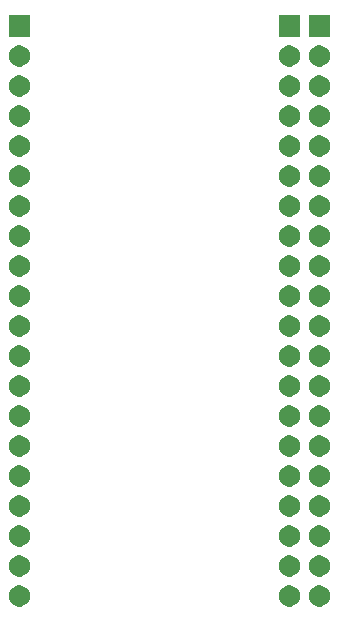
<source format=gbr>
G04 #@! TF.GenerationSoftware,KiCad,Pcbnew,5.1.5+dfsg1-2build2*
G04 #@! TF.CreationDate,2022-03-02T19:09:04-05:00*
G04 #@! TF.ProjectId,RAK11300_BREAKOUT,52414b31-3133-4303-905f-425245414b4f,rev?*
G04 #@! TF.SameCoordinates,Original*
G04 #@! TF.FileFunction,Soldermask,Bot*
G04 #@! TF.FilePolarity,Negative*
%FSLAX46Y46*%
G04 Gerber Fmt 4.6, Leading zero omitted, Abs format (unit mm)*
G04 Created by KiCad (PCBNEW 5.1.5+dfsg1-2build2) date 2022-03-02 19:09:04*
%MOMM*%
%LPD*%
G04 APERTURE LIST*
%ADD10C,0.100000*%
G04 APERTURE END LIST*
D10*
G36*
X52113512Y-99233927D02*
G01*
X52262812Y-99263624D01*
X52426784Y-99331544D01*
X52574354Y-99430147D01*
X52699853Y-99555646D01*
X52798456Y-99703216D01*
X52866376Y-99867188D01*
X52901000Y-100041259D01*
X52901000Y-100218741D01*
X52866376Y-100392812D01*
X52798456Y-100556784D01*
X52699853Y-100704354D01*
X52574354Y-100829853D01*
X52426784Y-100928456D01*
X52262812Y-100996376D01*
X52113512Y-101026073D01*
X52088742Y-101031000D01*
X51911258Y-101031000D01*
X51886488Y-101026073D01*
X51737188Y-100996376D01*
X51573216Y-100928456D01*
X51425646Y-100829853D01*
X51300147Y-100704354D01*
X51201544Y-100556784D01*
X51133624Y-100392812D01*
X51099000Y-100218741D01*
X51099000Y-100041259D01*
X51133624Y-99867188D01*
X51201544Y-99703216D01*
X51300147Y-99555646D01*
X51425646Y-99430147D01*
X51573216Y-99331544D01*
X51737188Y-99263624D01*
X51886488Y-99233927D01*
X51911258Y-99229000D01*
X52088742Y-99229000D01*
X52113512Y-99233927D01*
G37*
G36*
X77513512Y-99233927D02*
G01*
X77662812Y-99263624D01*
X77826784Y-99331544D01*
X77974354Y-99430147D01*
X78099853Y-99555646D01*
X78198456Y-99703216D01*
X78266376Y-99867188D01*
X78301000Y-100041259D01*
X78301000Y-100218741D01*
X78266376Y-100392812D01*
X78198456Y-100556784D01*
X78099853Y-100704354D01*
X77974354Y-100829853D01*
X77826784Y-100928456D01*
X77662812Y-100996376D01*
X77513512Y-101026073D01*
X77488742Y-101031000D01*
X77311258Y-101031000D01*
X77286488Y-101026073D01*
X77137188Y-100996376D01*
X76973216Y-100928456D01*
X76825646Y-100829853D01*
X76700147Y-100704354D01*
X76601544Y-100556784D01*
X76533624Y-100392812D01*
X76499000Y-100218741D01*
X76499000Y-100041259D01*
X76533624Y-99867188D01*
X76601544Y-99703216D01*
X76700147Y-99555646D01*
X76825646Y-99430147D01*
X76973216Y-99331544D01*
X77137188Y-99263624D01*
X77286488Y-99233927D01*
X77311258Y-99229000D01*
X77488742Y-99229000D01*
X77513512Y-99233927D01*
G37*
G36*
X74973512Y-99233927D02*
G01*
X75122812Y-99263624D01*
X75286784Y-99331544D01*
X75434354Y-99430147D01*
X75559853Y-99555646D01*
X75658456Y-99703216D01*
X75726376Y-99867188D01*
X75761000Y-100041259D01*
X75761000Y-100218741D01*
X75726376Y-100392812D01*
X75658456Y-100556784D01*
X75559853Y-100704354D01*
X75434354Y-100829853D01*
X75286784Y-100928456D01*
X75122812Y-100996376D01*
X74973512Y-101026073D01*
X74948742Y-101031000D01*
X74771258Y-101031000D01*
X74746488Y-101026073D01*
X74597188Y-100996376D01*
X74433216Y-100928456D01*
X74285646Y-100829853D01*
X74160147Y-100704354D01*
X74061544Y-100556784D01*
X73993624Y-100392812D01*
X73959000Y-100218741D01*
X73959000Y-100041259D01*
X73993624Y-99867188D01*
X74061544Y-99703216D01*
X74160147Y-99555646D01*
X74285646Y-99430147D01*
X74433216Y-99331544D01*
X74597188Y-99263624D01*
X74746488Y-99233927D01*
X74771258Y-99229000D01*
X74948742Y-99229000D01*
X74973512Y-99233927D01*
G37*
G36*
X52113512Y-96693927D02*
G01*
X52262812Y-96723624D01*
X52426784Y-96791544D01*
X52574354Y-96890147D01*
X52699853Y-97015646D01*
X52798456Y-97163216D01*
X52866376Y-97327188D01*
X52901000Y-97501259D01*
X52901000Y-97678741D01*
X52866376Y-97852812D01*
X52798456Y-98016784D01*
X52699853Y-98164354D01*
X52574354Y-98289853D01*
X52426784Y-98388456D01*
X52262812Y-98456376D01*
X52113512Y-98486073D01*
X52088742Y-98491000D01*
X51911258Y-98491000D01*
X51886488Y-98486073D01*
X51737188Y-98456376D01*
X51573216Y-98388456D01*
X51425646Y-98289853D01*
X51300147Y-98164354D01*
X51201544Y-98016784D01*
X51133624Y-97852812D01*
X51099000Y-97678741D01*
X51099000Y-97501259D01*
X51133624Y-97327188D01*
X51201544Y-97163216D01*
X51300147Y-97015646D01*
X51425646Y-96890147D01*
X51573216Y-96791544D01*
X51737188Y-96723624D01*
X51886488Y-96693927D01*
X51911258Y-96689000D01*
X52088742Y-96689000D01*
X52113512Y-96693927D01*
G37*
G36*
X74973512Y-96693927D02*
G01*
X75122812Y-96723624D01*
X75286784Y-96791544D01*
X75434354Y-96890147D01*
X75559853Y-97015646D01*
X75658456Y-97163216D01*
X75726376Y-97327188D01*
X75761000Y-97501259D01*
X75761000Y-97678741D01*
X75726376Y-97852812D01*
X75658456Y-98016784D01*
X75559853Y-98164354D01*
X75434354Y-98289853D01*
X75286784Y-98388456D01*
X75122812Y-98456376D01*
X74973512Y-98486073D01*
X74948742Y-98491000D01*
X74771258Y-98491000D01*
X74746488Y-98486073D01*
X74597188Y-98456376D01*
X74433216Y-98388456D01*
X74285646Y-98289853D01*
X74160147Y-98164354D01*
X74061544Y-98016784D01*
X73993624Y-97852812D01*
X73959000Y-97678741D01*
X73959000Y-97501259D01*
X73993624Y-97327188D01*
X74061544Y-97163216D01*
X74160147Y-97015646D01*
X74285646Y-96890147D01*
X74433216Y-96791544D01*
X74597188Y-96723624D01*
X74746488Y-96693927D01*
X74771258Y-96689000D01*
X74948742Y-96689000D01*
X74973512Y-96693927D01*
G37*
G36*
X77513512Y-96693927D02*
G01*
X77662812Y-96723624D01*
X77826784Y-96791544D01*
X77974354Y-96890147D01*
X78099853Y-97015646D01*
X78198456Y-97163216D01*
X78266376Y-97327188D01*
X78301000Y-97501259D01*
X78301000Y-97678741D01*
X78266376Y-97852812D01*
X78198456Y-98016784D01*
X78099853Y-98164354D01*
X77974354Y-98289853D01*
X77826784Y-98388456D01*
X77662812Y-98456376D01*
X77513512Y-98486073D01*
X77488742Y-98491000D01*
X77311258Y-98491000D01*
X77286488Y-98486073D01*
X77137188Y-98456376D01*
X76973216Y-98388456D01*
X76825646Y-98289853D01*
X76700147Y-98164354D01*
X76601544Y-98016784D01*
X76533624Y-97852812D01*
X76499000Y-97678741D01*
X76499000Y-97501259D01*
X76533624Y-97327188D01*
X76601544Y-97163216D01*
X76700147Y-97015646D01*
X76825646Y-96890147D01*
X76973216Y-96791544D01*
X77137188Y-96723624D01*
X77286488Y-96693927D01*
X77311258Y-96689000D01*
X77488742Y-96689000D01*
X77513512Y-96693927D01*
G37*
G36*
X74973512Y-94153927D02*
G01*
X75122812Y-94183624D01*
X75286784Y-94251544D01*
X75434354Y-94350147D01*
X75559853Y-94475646D01*
X75658456Y-94623216D01*
X75726376Y-94787188D01*
X75761000Y-94961259D01*
X75761000Y-95138741D01*
X75726376Y-95312812D01*
X75658456Y-95476784D01*
X75559853Y-95624354D01*
X75434354Y-95749853D01*
X75286784Y-95848456D01*
X75122812Y-95916376D01*
X74973512Y-95946073D01*
X74948742Y-95951000D01*
X74771258Y-95951000D01*
X74746488Y-95946073D01*
X74597188Y-95916376D01*
X74433216Y-95848456D01*
X74285646Y-95749853D01*
X74160147Y-95624354D01*
X74061544Y-95476784D01*
X73993624Y-95312812D01*
X73959000Y-95138741D01*
X73959000Y-94961259D01*
X73993624Y-94787188D01*
X74061544Y-94623216D01*
X74160147Y-94475646D01*
X74285646Y-94350147D01*
X74433216Y-94251544D01*
X74597188Y-94183624D01*
X74746488Y-94153927D01*
X74771258Y-94149000D01*
X74948742Y-94149000D01*
X74973512Y-94153927D01*
G37*
G36*
X52113512Y-94153927D02*
G01*
X52262812Y-94183624D01*
X52426784Y-94251544D01*
X52574354Y-94350147D01*
X52699853Y-94475646D01*
X52798456Y-94623216D01*
X52866376Y-94787188D01*
X52901000Y-94961259D01*
X52901000Y-95138741D01*
X52866376Y-95312812D01*
X52798456Y-95476784D01*
X52699853Y-95624354D01*
X52574354Y-95749853D01*
X52426784Y-95848456D01*
X52262812Y-95916376D01*
X52113512Y-95946073D01*
X52088742Y-95951000D01*
X51911258Y-95951000D01*
X51886488Y-95946073D01*
X51737188Y-95916376D01*
X51573216Y-95848456D01*
X51425646Y-95749853D01*
X51300147Y-95624354D01*
X51201544Y-95476784D01*
X51133624Y-95312812D01*
X51099000Y-95138741D01*
X51099000Y-94961259D01*
X51133624Y-94787188D01*
X51201544Y-94623216D01*
X51300147Y-94475646D01*
X51425646Y-94350147D01*
X51573216Y-94251544D01*
X51737188Y-94183624D01*
X51886488Y-94153927D01*
X51911258Y-94149000D01*
X52088742Y-94149000D01*
X52113512Y-94153927D01*
G37*
G36*
X77513512Y-94153927D02*
G01*
X77662812Y-94183624D01*
X77826784Y-94251544D01*
X77974354Y-94350147D01*
X78099853Y-94475646D01*
X78198456Y-94623216D01*
X78266376Y-94787188D01*
X78301000Y-94961259D01*
X78301000Y-95138741D01*
X78266376Y-95312812D01*
X78198456Y-95476784D01*
X78099853Y-95624354D01*
X77974354Y-95749853D01*
X77826784Y-95848456D01*
X77662812Y-95916376D01*
X77513512Y-95946073D01*
X77488742Y-95951000D01*
X77311258Y-95951000D01*
X77286488Y-95946073D01*
X77137188Y-95916376D01*
X76973216Y-95848456D01*
X76825646Y-95749853D01*
X76700147Y-95624354D01*
X76601544Y-95476784D01*
X76533624Y-95312812D01*
X76499000Y-95138741D01*
X76499000Y-94961259D01*
X76533624Y-94787188D01*
X76601544Y-94623216D01*
X76700147Y-94475646D01*
X76825646Y-94350147D01*
X76973216Y-94251544D01*
X77137188Y-94183624D01*
X77286488Y-94153927D01*
X77311258Y-94149000D01*
X77488742Y-94149000D01*
X77513512Y-94153927D01*
G37*
G36*
X74973512Y-91613927D02*
G01*
X75122812Y-91643624D01*
X75286784Y-91711544D01*
X75434354Y-91810147D01*
X75559853Y-91935646D01*
X75658456Y-92083216D01*
X75726376Y-92247188D01*
X75761000Y-92421259D01*
X75761000Y-92598741D01*
X75726376Y-92772812D01*
X75658456Y-92936784D01*
X75559853Y-93084354D01*
X75434354Y-93209853D01*
X75286784Y-93308456D01*
X75122812Y-93376376D01*
X74973512Y-93406073D01*
X74948742Y-93411000D01*
X74771258Y-93411000D01*
X74746488Y-93406073D01*
X74597188Y-93376376D01*
X74433216Y-93308456D01*
X74285646Y-93209853D01*
X74160147Y-93084354D01*
X74061544Y-92936784D01*
X73993624Y-92772812D01*
X73959000Y-92598741D01*
X73959000Y-92421259D01*
X73993624Y-92247188D01*
X74061544Y-92083216D01*
X74160147Y-91935646D01*
X74285646Y-91810147D01*
X74433216Y-91711544D01*
X74597188Y-91643624D01*
X74746488Y-91613927D01*
X74771258Y-91609000D01*
X74948742Y-91609000D01*
X74973512Y-91613927D01*
G37*
G36*
X77513512Y-91613927D02*
G01*
X77662812Y-91643624D01*
X77826784Y-91711544D01*
X77974354Y-91810147D01*
X78099853Y-91935646D01*
X78198456Y-92083216D01*
X78266376Y-92247188D01*
X78301000Y-92421259D01*
X78301000Y-92598741D01*
X78266376Y-92772812D01*
X78198456Y-92936784D01*
X78099853Y-93084354D01*
X77974354Y-93209853D01*
X77826784Y-93308456D01*
X77662812Y-93376376D01*
X77513512Y-93406073D01*
X77488742Y-93411000D01*
X77311258Y-93411000D01*
X77286488Y-93406073D01*
X77137188Y-93376376D01*
X76973216Y-93308456D01*
X76825646Y-93209853D01*
X76700147Y-93084354D01*
X76601544Y-92936784D01*
X76533624Y-92772812D01*
X76499000Y-92598741D01*
X76499000Y-92421259D01*
X76533624Y-92247188D01*
X76601544Y-92083216D01*
X76700147Y-91935646D01*
X76825646Y-91810147D01*
X76973216Y-91711544D01*
X77137188Y-91643624D01*
X77286488Y-91613927D01*
X77311258Y-91609000D01*
X77488742Y-91609000D01*
X77513512Y-91613927D01*
G37*
G36*
X52113512Y-91613927D02*
G01*
X52262812Y-91643624D01*
X52426784Y-91711544D01*
X52574354Y-91810147D01*
X52699853Y-91935646D01*
X52798456Y-92083216D01*
X52866376Y-92247188D01*
X52901000Y-92421259D01*
X52901000Y-92598741D01*
X52866376Y-92772812D01*
X52798456Y-92936784D01*
X52699853Y-93084354D01*
X52574354Y-93209853D01*
X52426784Y-93308456D01*
X52262812Y-93376376D01*
X52113512Y-93406073D01*
X52088742Y-93411000D01*
X51911258Y-93411000D01*
X51886488Y-93406073D01*
X51737188Y-93376376D01*
X51573216Y-93308456D01*
X51425646Y-93209853D01*
X51300147Y-93084354D01*
X51201544Y-92936784D01*
X51133624Y-92772812D01*
X51099000Y-92598741D01*
X51099000Y-92421259D01*
X51133624Y-92247188D01*
X51201544Y-92083216D01*
X51300147Y-91935646D01*
X51425646Y-91810147D01*
X51573216Y-91711544D01*
X51737188Y-91643624D01*
X51886488Y-91613927D01*
X51911258Y-91609000D01*
X52088742Y-91609000D01*
X52113512Y-91613927D01*
G37*
G36*
X52113512Y-89073927D02*
G01*
X52262812Y-89103624D01*
X52426784Y-89171544D01*
X52574354Y-89270147D01*
X52699853Y-89395646D01*
X52798456Y-89543216D01*
X52866376Y-89707188D01*
X52901000Y-89881259D01*
X52901000Y-90058741D01*
X52866376Y-90232812D01*
X52798456Y-90396784D01*
X52699853Y-90544354D01*
X52574354Y-90669853D01*
X52426784Y-90768456D01*
X52262812Y-90836376D01*
X52113512Y-90866073D01*
X52088742Y-90871000D01*
X51911258Y-90871000D01*
X51886488Y-90866073D01*
X51737188Y-90836376D01*
X51573216Y-90768456D01*
X51425646Y-90669853D01*
X51300147Y-90544354D01*
X51201544Y-90396784D01*
X51133624Y-90232812D01*
X51099000Y-90058741D01*
X51099000Y-89881259D01*
X51133624Y-89707188D01*
X51201544Y-89543216D01*
X51300147Y-89395646D01*
X51425646Y-89270147D01*
X51573216Y-89171544D01*
X51737188Y-89103624D01*
X51886488Y-89073927D01*
X51911258Y-89069000D01*
X52088742Y-89069000D01*
X52113512Y-89073927D01*
G37*
G36*
X74973512Y-89073927D02*
G01*
X75122812Y-89103624D01*
X75286784Y-89171544D01*
X75434354Y-89270147D01*
X75559853Y-89395646D01*
X75658456Y-89543216D01*
X75726376Y-89707188D01*
X75761000Y-89881259D01*
X75761000Y-90058741D01*
X75726376Y-90232812D01*
X75658456Y-90396784D01*
X75559853Y-90544354D01*
X75434354Y-90669853D01*
X75286784Y-90768456D01*
X75122812Y-90836376D01*
X74973512Y-90866073D01*
X74948742Y-90871000D01*
X74771258Y-90871000D01*
X74746488Y-90866073D01*
X74597188Y-90836376D01*
X74433216Y-90768456D01*
X74285646Y-90669853D01*
X74160147Y-90544354D01*
X74061544Y-90396784D01*
X73993624Y-90232812D01*
X73959000Y-90058741D01*
X73959000Y-89881259D01*
X73993624Y-89707188D01*
X74061544Y-89543216D01*
X74160147Y-89395646D01*
X74285646Y-89270147D01*
X74433216Y-89171544D01*
X74597188Y-89103624D01*
X74746488Y-89073927D01*
X74771258Y-89069000D01*
X74948742Y-89069000D01*
X74973512Y-89073927D01*
G37*
G36*
X77513512Y-89073927D02*
G01*
X77662812Y-89103624D01*
X77826784Y-89171544D01*
X77974354Y-89270147D01*
X78099853Y-89395646D01*
X78198456Y-89543216D01*
X78266376Y-89707188D01*
X78301000Y-89881259D01*
X78301000Y-90058741D01*
X78266376Y-90232812D01*
X78198456Y-90396784D01*
X78099853Y-90544354D01*
X77974354Y-90669853D01*
X77826784Y-90768456D01*
X77662812Y-90836376D01*
X77513512Y-90866073D01*
X77488742Y-90871000D01*
X77311258Y-90871000D01*
X77286488Y-90866073D01*
X77137188Y-90836376D01*
X76973216Y-90768456D01*
X76825646Y-90669853D01*
X76700147Y-90544354D01*
X76601544Y-90396784D01*
X76533624Y-90232812D01*
X76499000Y-90058741D01*
X76499000Y-89881259D01*
X76533624Y-89707188D01*
X76601544Y-89543216D01*
X76700147Y-89395646D01*
X76825646Y-89270147D01*
X76973216Y-89171544D01*
X77137188Y-89103624D01*
X77286488Y-89073927D01*
X77311258Y-89069000D01*
X77488742Y-89069000D01*
X77513512Y-89073927D01*
G37*
G36*
X77513512Y-86533927D02*
G01*
X77662812Y-86563624D01*
X77826784Y-86631544D01*
X77974354Y-86730147D01*
X78099853Y-86855646D01*
X78198456Y-87003216D01*
X78266376Y-87167188D01*
X78301000Y-87341259D01*
X78301000Y-87518741D01*
X78266376Y-87692812D01*
X78198456Y-87856784D01*
X78099853Y-88004354D01*
X77974354Y-88129853D01*
X77826784Y-88228456D01*
X77662812Y-88296376D01*
X77513512Y-88326073D01*
X77488742Y-88331000D01*
X77311258Y-88331000D01*
X77286488Y-88326073D01*
X77137188Y-88296376D01*
X76973216Y-88228456D01*
X76825646Y-88129853D01*
X76700147Y-88004354D01*
X76601544Y-87856784D01*
X76533624Y-87692812D01*
X76499000Y-87518741D01*
X76499000Y-87341259D01*
X76533624Y-87167188D01*
X76601544Y-87003216D01*
X76700147Y-86855646D01*
X76825646Y-86730147D01*
X76973216Y-86631544D01*
X77137188Y-86563624D01*
X77286488Y-86533927D01*
X77311258Y-86529000D01*
X77488742Y-86529000D01*
X77513512Y-86533927D01*
G37*
G36*
X52113512Y-86533927D02*
G01*
X52262812Y-86563624D01*
X52426784Y-86631544D01*
X52574354Y-86730147D01*
X52699853Y-86855646D01*
X52798456Y-87003216D01*
X52866376Y-87167188D01*
X52901000Y-87341259D01*
X52901000Y-87518741D01*
X52866376Y-87692812D01*
X52798456Y-87856784D01*
X52699853Y-88004354D01*
X52574354Y-88129853D01*
X52426784Y-88228456D01*
X52262812Y-88296376D01*
X52113512Y-88326073D01*
X52088742Y-88331000D01*
X51911258Y-88331000D01*
X51886488Y-88326073D01*
X51737188Y-88296376D01*
X51573216Y-88228456D01*
X51425646Y-88129853D01*
X51300147Y-88004354D01*
X51201544Y-87856784D01*
X51133624Y-87692812D01*
X51099000Y-87518741D01*
X51099000Y-87341259D01*
X51133624Y-87167188D01*
X51201544Y-87003216D01*
X51300147Y-86855646D01*
X51425646Y-86730147D01*
X51573216Y-86631544D01*
X51737188Y-86563624D01*
X51886488Y-86533927D01*
X51911258Y-86529000D01*
X52088742Y-86529000D01*
X52113512Y-86533927D01*
G37*
G36*
X74973512Y-86533927D02*
G01*
X75122812Y-86563624D01*
X75286784Y-86631544D01*
X75434354Y-86730147D01*
X75559853Y-86855646D01*
X75658456Y-87003216D01*
X75726376Y-87167188D01*
X75761000Y-87341259D01*
X75761000Y-87518741D01*
X75726376Y-87692812D01*
X75658456Y-87856784D01*
X75559853Y-88004354D01*
X75434354Y-88129853D01*
X75286784Y-88228456D01*
X75122812Y-88296376D01*
X74973512Y-88326073D01*
X74948742Y-88331000D01*
X74771258Y-88331000D01*
X74746488Y-88326073D01*
X74597188Y-88296376D01*
X74433216Y-88228456D01*
X74285646Y-88129853D01*
X74160147Y-88004354D01*
X74061544Y-87856784D01*
X73993624Y-87692812D01*
X73959000Y-87518741D01*
X73959000Y-87341259D01*
X73993624Y-87167188D01*
X74061544Y-87003216D01*
X74160147Y-86855646D01*
X74285646Y-86730147D01*
X74433216Y-86631544D01*
X74597188Y-86563624D01*
X74746488Y-86533927D01*
X74771258Y-86529000D01*
X74948742Y-86529000D01*
X74973512Y-86533927D01*
G37*
G36*
X74973512Y-83993927D02*
G01*
X75122812Y-84023624D01*
X75286784Y-84091544D01*
X75434354Y-84190147D01*
X75559853Y-84315646D01*
X75658456Y-84463216D01*
X75726376Y-84627188D01*
X75761000Y-84801259D01*
X75761000Y-84978741D01*
X75726376Y-85152812D01*
X75658456Y-85316784D01*
X75559853Y-85464354D01*
X75434354Y-85589853D01*
X75286784Y-85688456D01*
X75122812Y-85756376D01*
X74973512Y-85786073D01*
X74948742Y-85791000D01*
X74771258Y-85791000D01*
X74746488Y-85786073D01*
X74597188Y-85756376D01*
X74433216Y-85688456D01*
X74285646Y-85589853D01*
X74160147Y-85464354D01*
X74061544Y-85316784D01*
X73993624Y-85152812D01*
X73959000Y-84978741D01*
X73959000Y-84801259D01*
X73993624Y-84627188D01*
X74061544Y-84463216D01*
X74160147Y-84315646D01*
X74285646Y-84190147D01*
X74433216Y-84091544D01*
X74597188Y-84023624D01*
X74746488Y-83993927D01*
X74771258Y-83989000D01*
X74948742Y-83989000D01*
X74973512Y-83993927D01*
G37*
G36*
X52113512Y-83993927D02*
G01*
X52262812Y-84023624D01*
X52426784Y-84091544D01*
X52574354Y-84190147D01*
X52699853Y-84315646D01*
X52798456Y-84463216D01*
X52866376Y-84627188D01*
X52901000Y-84801259D01*
X52901000Y-84978741D01*
X52866376Y-85152812D01*
X52798456Y-85316784D01*
X52699853Y-85464354D01*
X52574354Y-85589853D01*
X52426784Y-85688456D01*
X52262812Y-85756376D01*
X52113512Y-85786073D01*
X52088742Y-85791000D01*
X51911258Y-85791000D01*
X51886488Y-85786073D01*
X51737188Y-85756376D01*
X51573216Y-85688456D01*
X51425646Y-85589853D01*
X51300147Y-85464354D01*
X51201544Y-85316784D01*
X51133624Y-85152812D01*
X51099000Y-84978741D01*
X51099000Y-84801259D01*
X51133624Y-84627188D01*
X51201544Y-84463216D01*
X51300147Y-84315646D01*
X51425646Y-84190147D01*
X51573216Y-84091544D01*
X51737188Y-84023624D01*
X51886488Y-83993927D01*
X51911258Y-83989000D01*
X52088742Y-83989000D01*
X52113512Y-83993927D01*
G37*
G36*
X77513512Y-83993927D02*
G01*
X77662812Y-84023624D01*
X77826784Y-84091544D01*
X77974354Y-84190147D01*
X78099853Y-84315646D01*
X78198456Y-84463216D01*
X78266376Y-84627188D01*
X78301000Y-84801259D01*
X78301000Y-84978741D01*
X78266376Y-85152812D01*
X78198456Y-85316784D01*
X78099853Y-85464354D01*
X77974354Y-85589853D01*
X77826784Y-85688456D01*
X77662812Y-85756376D01*
X77513512Y-85786073D01*
X77488742Y-85791000D01*
X77311258Y-85791000D01*
X77286488Y-85786073D01*
X77137188Y-85756376D01*
X76973216Y-85688456D01*
X76825646Y-85589853D01*
X76700147Y-85464354D01*
X76601544Y-85316784D01*
X76533624Y-85152812D01*
X76499000Y-84978741D01*
X76499000Y-84801259D01*
X76533624Y-84627188D01*
X76601544Y-84463216D01*
X76700147Y-84315646D01*
X76825646Y-84190147D01*
X76973216Y-84091544D01*
X77137188Y-84023624D01*
X77286488Y-83993927D01*
X77311258Y-83989000D01*
X77488742Y-83989000D01*
X77513512Y-83993927D01*
G37*
G36*
X74973512Y-81453927D02*
G01*
X75122812Y-81483624D01*
X75286784Y-81551544D01*
X75434354Y-81650147D01*
X75559853Y-81775646D01*
X75658456Y-81923216D01*
X75726376Y-82087188D01*
X75761000Y-82261259D01*
X75761000Y-82438741D01*
X75726376Y-82612812D01*
X75658456Y-82776784D01*
X75559853Y-82924354D01*
X75434354Y-83049853D01*
X75286784Y-83148456D01*
X75122812Y-83216376D01*
X74973512Y-83246073D01*
X74948742Y-83251000D01*
X74771258Y-83251000D01*
X74746488Y-83246073D01*
X74597188Y-83216376D01*
X74433216Y-83148456D01*
X74285646Y-83049853D01*
X74160147Y-82924354D01*
X74061544Y-82776784D01*
X73993624Y-82612812D01*
X73959000Y-82438741D01*
X73959000Y-82261259D01*
X73993624Y-82087188D01*
X74061544Y-81923216D01*
X74160147Y-81775646D01*
X74285646Y-81650147D01*
X74433216Y-81551544D01*
X74597188Y-81483624D01*
X74746488Y-81453927D01*
X74771258Y-81449000D01*
X74948742Y-81449000D01*
X74973512Y-81453927D01*
G37*
G36*
X52113512Y-81453927D02*
G01*
X52262812Y-81483624D01*
X52426784Y-81551544D01*
X52574354Y-81650147D01*
X52699853Y-81775646D01*
X52798456Y-81923216D01*
X52866376Y-82087188D01*
X52901000Y-82261259D01*
X52901000Y-82438741D01*
X52866376Y-82612812D01*
X52798456Y-82776784D01*
X52699853Y-82924354D01*
X52574354Y-83049853D01*
X52426784Y-83148456D01*
X52262812Y-83216376D01*
X52113512Y-83246073D01*
X52088742Y-83251000D01*
X51911258Y-83251000D01*
X51886488Y-83246073D01*
X51737188Y-83216376D01*
X51573216Y-83148456D01*
X51425646Y-83049853D01*
X51300147Y-82924354D01*
X51201544Y-82776784D01*
X51133624Y-82612812D01*
X51099000Y-82438741D01*
X51099000Y-82261259D01*
X51133624Y-82087188D01*
X51201544Y-81923216D01*
X51300147Y-81775646D01*
X51425646Y-81650147D01*
X51573216Y-81551544D01*
X51737188Y-81483624D01*
X51886488Y-81453927D01*
X51911258Y-81449000D01*
X52088742Y-81449000D01*
X52113512Y-81453927D01*
G37*
G36*
X77513512Y-81453927D02*
G01*
X77662812Y-81483624D01*
X77826784Y-81551544D01*
X77974354Y-81650147D01*
X78099853Y-81775646D01*
X78198456Y-81923216D01*
X78266376Y-82087188D01*
X78301000Y-82261259D01*
X78301000Y-82438741D01*
X78266376Y-82612812D01*
X78198456Y-82776784D01*
X78099853Y-82924354D01*
X77974354Y-83049853D01*
X77826784Y-83148456D01*
X77662812Y-83216376D01*
X77513512Y-83246073D01*
X77488742Y-83251000D01*
X77311258Y-83251000D01*
X77286488Y-83246073D01*
X77137188Y-83216376D01*
X76973216Y-83148456D01*
X76825646Y-83049853D01*
X76700147Y-82924354D01*
X76601544Y-82776784D01*
X76533624Y-82612812D01*
X76499000Y-82438741D01*
X76499000Y-82261259D01*
X76533624Y-82087188D01*
X76601544Y-81923216D01*
X76700147Y-81775646D01*
X76825646Y-81650147D01*
X76973216Y-81551544D01*
X77137188Y-81483624D01*
X77286488Y-81453927D01*
X77311258Y-81449000D01*
X77488742Y-81449000D01*
X77513512Y-81453927D01*
G37*
G36*
X77513512Y-78913927D02*
G01*
X77662812Y-78943624D01*
X77826784Y-79011544D01*
X77974354Y-79110147D01*
X78099853Y-79235646D01*
X78198456Y-79383216D01*
X78266376Y-79547188D01*
X78301000Y-79721259D01*
X78301000Y-79898741D01*
X78266376Y-80072812D01*
X78198456Y-80236784D01*
X78099853Y-80384354D01*
X77974354Y-80509853D01*
X77826784Y-80608456D01*
X77662812Y-80676376D01*
X77513512Y-80706073D01*
X77488742Y-80711000D01*
X77311258Y-80711000D01*
X77286488Y-80706073D01*
X77137188Y-80676376D01*
X76973216Y-80608456D01*
X76825646Y-80509853D01*
X76700147Y-80384354D01*
X76601544Y-80236784D01*
X76533624Y-80072812D01*
X76499000Y-79898741D01*
X76499000Y-79721259D01*
X76533624Y-79547188D01*
X76601544Y-79383216D01*
X76700147Y-79235646D01*
X76825646Y-79110147D01*
X76973216Y-79011544D01*
X77137188Y-78943624D01*
X77286488Y-78913927D01*
X77311258Y-78909000D01*
X77488742Y-78909000D01*
X77513512Y-78913927D01*
G37*
G36*
X74973512Y-78913927D02*
G01*
X75122812Y-78943624D01*
X75286784Y-79011544D01*
X75434354Y-79110147D01*
X75559853Y-79235646D01*
X75658456Y-79383216D01*
X75726376Y-79547188D01*
X75761000Y-79721259D01*
X75761000Y-79898741D01*
X75726376Y-80072812D01*
X75658456Y-80236784D01*
X75559853Y-80384354D01*
X75434354Y-80509853D01*
X75286784Y-80608456D01*
X75122812Y-80676376D01*
X74973512Y-80706073D01*
X74948742Y-80711000D01*
X74771258Y-80711000D01*
X74746488Y-80706073D01*
X74597188Y-80676376D01*
X74433216Y-80608456D01*
X74285646Y-80509853D01*
X74160147Y-80384354D01*
X74061544Y-80236784D01*
X73993624Y-80072812D01*
X73959000Y-79898741D01*
X73959000Y-79721259D01*
X73993624Y-79547188D01*
X74061544Y-79383216D01*
X74160147Y-79235646D01*
X74285646Y-79110147D01*
X74433216Y-79011544D01*
X74597188Y-78943624D01*
X74746488Y-78913927D01*
X74771258Y-78909000D01*
X74948742Y-78909000D01*
X74973512Y-78913927D01*
G37*
G36*
X52113512Y-78913927D02*
G01*
X52262812Y-78943624D01*
X52426784Y-79011544D01*
X52574354Y-79110147D01*
X52699853Y-79235646D01*
X52798456Y-79383216D01*
X52866376Y-79547188D01*
X52901000Y-79721259D01*
X52901000Y-79898741D01*
X52866376Y-80072812D01*
X52798456Y-80236784D01*
X52699853Y-80384354D01*
X52574354Y-80509853D01*
X52426784Y-80608456D01*
X52262812Y-80676376D01*
X52113512Y-80706073D01*
X52088742Y-80711000D01*
X51911258Y-80711000D01*
X51886488Y-80706073D01*
X51737188Y-80676376D01*
X51573216Y-80608456D01*
X51425646Y-80509853D01*
X51300147Y-80384354D01*
X51201544Y-80236784D01*
X51133624Y-80072812D01*
X51099000Y-79898741D01*
X51099000Y-79721259D01*
X51133624Y-79547188D01*
X51201544Y-79383216D01*
X51300147Y-79235646D01*
X51425646Y-79110147D01*
X51573216Y-79011544D01*
X51737188Y-78943624D01*
X51886488Y-78913927D01*
X51911258Y-78909000D01*
X52088742Y-78909000D01*
X52113512Y-78913927D01*
G37*
G36*
X77513512Y-76373927D02*
G01*
X77662812Y-76403624D01*
X77826784Y-76471544D01*
X77974354Y-76570147D01*
X78099853Y-76695646D01*
X78198456Y-76843216D01*
X78266376Y-77007188D01*
X78301000Y-77181259D01*
X78301000Y-77358741D01*
X78266376Y-77532812D01*
X78198456Y-77696784D01*
X78099853Y-77844354D01*
X77974354Y-77969853D01*
X77826784Y-78068456D01*
X77662812Y-78136376D01*
X77513512Y-78166073D01*
X77488742Y-78171000D01*
X77311258Y-78171000D01*
X77286488Y-78166073D01*
X77137188Y-78136376D01*
X76973216Y-78068456D01*
X76825646Y-77969853D01*
X76700147Y-77844354D01*
X76601544Y-77696784D01*
X76533624Y-77532812D01*
X76499000Y-77358741D01*
X76499000Y-77181259D01*
X76533624Y-77007188D01*
X76601544Y-76843216D01*
X76700147Y-76695646D01*
X76825646Y-76570147D01*
X76973216Y-76471544D01*
X77137188Y-76403624D01*
X77286488Y-76373927D01*
X77311258Y-76369000D01*
X77488742Y-76369000D01*
X77513512Y-76373927D01*
G37*
G36*
X74973512Y-76373927D02*
G01*
X75122812Y-76403624D01*
X75286784Y-76471544D01*
X75434354Y-76570147D01*
X75559853Y-76695646D01*
X75658456Y-76843216D01*
X75726376Y-77007188D01*
X75761000Y-77181259D01*
X75761000Y-77358741D01*
X75726376Y-77532812D01*
X75658456Y-77696784D01*
X75559853Y-77844354D01*
X75434354Y-77969853D01*
X75286784Y-78068456D01*
X75122812Y-78136376D01*
X74973512Y-78166073D01*
X74948742Y-78171000D01*
X74771258Y-78171000D01*
X74746488Y-78166073D01*
X74597188Y-78136376D01*
X74433216Y-78068456D01*
X74285646Y-77969853D01*
X74160147Y-77844354D01*
X74061544Y-77696784D01*
X73993624Y-77532812D01*
X73959000Y-77358741D01*
X73959000Y-77181259D01*
X73993624Y-77007188D01*
X74061544Y-76843216D01*
X74160147Y-76695646D01*
X74285646Y-76570147D01*
X74433216Y-76471544D01*
X74597188Y-76403624D01*
X74746488Y-76373927D01*
X74771258Y-76369000D01*
X74948742Y-76369000D01*
X74973512Y-76373927D01*
G37*
G36*
X52113512Y-76373927D02*
G01*
X52262812Y-76403624D01*
X52426784Y-76471544D01*
X52574354Y-76570147D01*
X52699853Y-76695646D01*
X52798456Y-76843216D01*
X52866376Y-77007188D01*
X52901000Y-77181259D01*
X52901000Y-77358741D01*
X52866376Y-77532812D01*
X52798456Y-77696784D01*
X52699853Y-77844354D01*
X52574354Y-77969853D01*
X52426784Y-78068456D01*
X52262812Y-78136376D01*
X52113512Y-78166073D01*
X52088742Y-78171000D01*
X51911258Y-78171000D01*
X51886488Y-78166073D01*
X51737188Y-78136376D01*
X51573216Y-78068456D01*
X51425646Y-77969853D01*
X51300147Y-77844354D01*
X51201544Y-77696784D01*
X51133624Y-77532812D01*
X51099000Y-77358741D01*
X51099000Y-77181259D01*
X51133624Y-77007188D01*
X51201544Y-76843216D01*
X51300147Y-76695646D01*
X51425646Y-76570147D01*
X51573216Y-76471544D01*
X51737188Y-76403624D01*
X51886488Y-76373927D01*
X51911258Y-76369000D01*
X52088742Y-76369000D01*
X52113512Y-76373927D01*
G37*
G36*
X52113512Y-73833927D02*
G01*
X52262812Y-73863624D01*
X52426784Y-73931544D01*
X52574354Y-74030147D01*
X52699853Y-74155646D01*
X52798456Y-74303216D01*
X52866376Y-74467188D01*
X52901000Y-74641259D01*
X52901000Y-74818741D01*
X52866376Y-74992812D01*
X52798456Y-75156784D01*
X52699853Y-75304354D01*
X52574354Y-75429853D01*
X52426784Y-75528456D01*
X52262812Y-75596376D01*
X52113512Y-75626073D01*
X52088742Y-75631000D01*
X51911258Y-75631000D01*
X51886488Y-75626073D01*
X51737188Y-75596376D01*
X51573216Y-75528456D01*
X51425646Y-75429853D01*
X51300147Y-75304354D01*
X51201544Y-75156784D01*
X51133624Y-74992812D01*
X51099000Y-74818741D01*
X51099000Y-74641259D01*
X51133624Y-74467188D01*
X51201544Y-74303216D01*
X51300147Y-74155646D01*
X51425646Y-74030147D01*
X51573216Y-73931544D01*
X51737188Y-73863624D01*
X51886488Y-73833927D01*
X51911258Y-73829000D01*
X52088742Y-73829000D01*
X52113512Y-73833927D01*
G37*
G36*
X74973512Y-73833927D02*
G01*
X75122812Y-73863624D01*
X75286784Y-73931544D01*
X75434354Y-74030147D01*
X75559853Y-74155646D01*
X75658456Y-74303216D01*
X75726376Y-74467188D01*
X75761000Y-74641259D01*
X75761000Y-74818741D01*
X75726376Y-74992812D01*
X75658456Y-75156784D01*
X75559853Y-75304354D01*
X75434354Y-75429853D01*
X75286784Y-75528456D01*
X75122812Y-75596376D01*
X74973512Y-75626073D01*
X74948742Y-75631000D01*
X74771258Y-75631000D01*
X74746488Y-75626073D01*
X74597188Y-75596376D01*
X74433216Y-75528456D01*
X74285646Y-75429853D01*
X74160147Y-75304354D01*
X74061544Y-75156784D01*
X73993624Y-74992812D01*
X73959000Y-74818741D01*
X73959000Y-74641259D01*
X73993624Y-74467188D01*
X74061544Y-74303216D01*
X74160147Y-74155646D01*
X74285646Y-74030147D01*
X74433216Y-73931544D01*
X74597188Y-73863624D01*
X74746488Y-73833927D01*
X74771258Y-73829000D01*
X74948742Y-73829000D01*
X74973512Y-73833927D01*
G37*
G36*
X77513512Y-73833927D02*
G01*
X77662812Y-73863624D01*
X77826784Y-73931544D01*
X77974354Y-74030147D01*
X78099853Y-74155646D01*
X78198456Y-74303216D01*
X78266376Y-74467188D01*
X78301000Y-74641259D01*
X78301000Y-74818741D01*
X78266376Y-74992812D01*
X78198456Y-75156784D01*
X78099853Y-75304354D01*
X77974354Y-75429853D01*
X77826784Y-75528456D01*
X77662812Y-75596376D01*
X77513512Y-75626073D01*
X77488742Y-75631000D01*
X77311258Y-75631000D01*
X77286488Y-75626073D01*
X77137188Y-75596376D01*
X76973216Y-75528456D01*
X76825646Y-75429853D01*
X76700147Y-75304354D01*
X76601544Y-75156784D01*
X76533624Y-74992812D01*
X76499000Y-74818741D01*
X76499000Y-74641259D01*
X76533624Y-74467188D01*
X76601544Y-74303216D01*
X76700147Y-74155646D01*
X76825646Y-74030147D01*
X76973216Y-73931544D01*
X77137188Y-73863624D01*
X77286488Y-73833927D01*
X77311258Y-73829000D01*
X77488742Y-73829000D01*
X77513512Y-73833927D01*
G37*
G36*
X52113512Y-71293927D02*
G01*
X52262812Y-71323624D01*
X52426784Y-71391544D01*
X52574354Y-71490147D01*
X52699853Y-71615646D01*
X52798456Y-71763216D01*
X52866376Y-71927188D01*
X52901000Y-72101259D01*
X52901000Y-72278741D01*
X52866376Y-72452812D01*
X52798456Y-72616784D01*
X52699853Y-72764354D01*
X52574354Y-72889853D01*
X52426784Y-72988456D01*
X52262812Y-73056376D01*
X52113512Y-73086073D01*
X52088742Y-73091000D01*
X51911258Y-73091000D01*
X51886488Y-73086073D01*
X51737188Y-73056376D01*
X51573216Y-72988456D01*
X51425646Y-72889853D01*
X51300147Y-72764354D01*
X51201544Y-72616784D01*
X51133624Y-72452812D01*
X51099000Y-72278741D01*
X51099000Y-72101259D01*
X51133624Y-71927188D01*
X51201544Y-71763216D01*
X51300147Y-71615646D01*
X51425646Y-71490147D01*
X51573216Y-71391544D01*
X51737188Y-71323624D01*
X51886488Y-71293927D01*
X51911258Y-71289000D01*
X52088742Y-71289000D01*
X52113512Y-71293927D01*
G37*
G36*
X77513512Y-71293927D02*
G01*
X77662812Y-71323624D01*
X77826784Y-71391544D01*
X77974354Y-71490147D01*
X78099853Y-71615646D01*
X78198456Y-71763216D01*
X78266376Y-71927188D01*
X78301000Y-72101259D01*
X78301000Y-72278741D01*
X78266376Y-72452812D01*
X78198456Y-72616784D01*
X78099853Y-72764354D01*
X77974354Y-72889853D01*
X77826784Y-72988456D01*
X77662812Y-73056376D01*
X77513512Y-73086073D01*
X77488742Y-73091000D01*
X77311258Y-73091000D01*
X77286488Y-73086073D01*
X77137188Y-73056376D01*
X76973216Y-72988456D01*
X76825646Y-72889853D01*
X76700147Y-72764354D01*
X76601544Y-72616784D01*
X76533624Y-72452812D01*
X76499000Y-72278741D01*
X76499000Y-72101259D01*
X76533624Y-71927188D01*
X76601544Y-71763216D01*
X76700147Y-71615646D01*
X76825646Y-71490147D01*
X76973216Y-71391544D01*
X77137188Y-71323624D01*
X77286488Y-71293927D01*
X77311258Y-71289000D01*
X77488742Y-71289000D01*
X77513512Y-71293927D01*
G37*
G36*
X74973512Y-71293927D02*
G01*
X75122812Y-71323624D01*
X75286784Y-71391544D01*
X75434354Y-71490147D01*
X75559853Y-71615646D01*
X75658456Y-71763216D01*
X75726376Y-71927188D01*
X75761000Y-72101259D01*
X75761000Y-72278741D01*
X75726376Y-72452812D01*
X75658456Y-72616784D01*
X75559853Y-72764354D01*
X75434354Y-72889853D01*
X75286784Y-72988456D01*
X75122812Y-73056376D01*
X74973512Y-73086073D01*
X74948742Y-73091000D01*
X74771258Y-73091000D01*
X74746488Y-73086073D01*
X74597188Y-73056376D01*
X74433216Y-72988456D01*
X74285646Y-72889853D01*
X74160147Y-72764354D01*
X74061544Y-72616784D01*
X73993624Y-72452812D01*
X73959000Y-72278741D01*
X73959000Y-72101259D01*
X73993624Y-71927188D01*
X74061544Y-71763216D01*
X74160147Y-71615646D01*
X74285646Y-71490147D01*
X74433216Y-71391544D01*
X74597188Y-71323624D01*
X74746488Y-71293927D01*
X74771258Y-71289000D01*
X74948742Y-71289000D01*
X74973512Y-71293927D01*
G37*
G36*
X77513512Y-68753927D02*
G01*
X77662812Y-68783624D01*
X77826784Y-68851544D01*
X77974354Y-68950147D01*
X78099853Y-69075646D01*
X78198456Y-69223216D01*
X78266376Y-69387188D01*
X78301000Y-69561259D01*
X78301000Y-69738741D01*
X78266376Y-69912812D01*
X78198456Y-70076784D01*
X78099853Y-70224354D01*
X77974354Y-70349853D01*
X77826784Y-70448456D01*
X77662812Y-70516376D01*
X77513512Y-70546073D01*
X77488742Y-70551000D01*
X77311258Y-70551000D01*
X77286488Y-70546073D01*
X77137188Y-70516376D01*
X76973216Y-70448456D01*
X76825646Y-70349853D01*
X76700147Y-70224354D01*
X76601544Y-70076784D01*
X76533624Y-69912812D01*
X76499000Y-69738741D01*
X76499000Y-69561259D01*
X76533624Y-69387188D01*
X76601544Y-69223216D01*
X76700147Y-69075646D01*
X76825646Y-68950147D01*
X76973216Y-68851544D01*
X77137188Y-68783624D01*
X77286488Y-68753927D01*
X77311258Y-68749000D01*
X77488742Y-68749000D01*
X77513512Y-68753927D01*
G37*
G36*
X74973512Y-68753927D02*
G01*
X75122812Y-68783624D01*
X75286784Y-68851544D01*
X75434354Y-68950147D01*
X75559853Y-69075646D01*
X75658456Y-69223216D01*
X75726376Y-69387188D01*
X75761000Y-69561259D01*
X75761000Y-69738741D01*
X75726376Y-69912812D01*
X75658456Y-70076784D01*
X75559853Y-70224354D01*
X75434354Y-70349853D01*
X75286784Y-70448456D01*
X75122812Y-70516376D01*
X74973512Y-70546073D01*
X74948742Y-70551000D01*
X74771258Y-70551000D01*
X74746488Y-70546073D01*
X74597188Y-70516376D01*
X74433216Y-70448456D01*
X74285646Y-70349853D01*
X74160147Y-70224354D01*
X74061544Y-70076784D01*
X73993624Y-69912812D01*
X73959000Y-69738741D01*
X73959000Y-69561259D01*
X73993624Y-69387188D01*
X74061544Y-69223216D01*
X74160147Y-69075646D01*
X74285646Y-68950147D01*
X74433216Y-68851544D01*
X74597188Y-68783624D01*
X74746488Y-68753927D01*
X74771258Y-68749000D01*
X74948742Y-68749000D01*
X74973512Y-68753927D01*
G37*
G36*
X52113512Y-68753927D02*
G01*
X52262812Y-68783624D01*
X52426784Y-68851544D01*
X52574354Y-68950147D01*
X52699853Y-69075646D01*
X52798456Y-69223216D01*
X52866376Y-69387188D01*
X52901000Y-69561259D01*
X52901000Y-69738741D01*
X52866376Y-69912812D01*
X52798456Y-70076784D01*
X52699853Y-70224354D01*
X52574354Y-70349853D01*
X52426784Y-70448456D01*
X52262812Y-70516376D01*
X52113512Y-70546073D01*
X52088742Y-70551000D01*
X51911258Y-70551000D01*
X51886488Y-70546073D01*
X51737188Y-70516376D01*
X51573216Y-70448456D01*
X51425646Y-70349853D01*
X51300147Y-70224354D01*
X51201544Y-70076784D01*
X51133624Y-69912812D01*
X51099000Y-69738741D01*
X51099000Y-69561259D01*
X51133624Y-69387188D01*
X51201544Y-69223216D01*
X51300147Y-69075646D01*
X51425646Y-68950147D01*
X51573216Y-68851544D01*
X51737188Y-68783624D01*
X51886488Y-68753927D01*
X51911258Y-68749000D01*
X52088742Y-68749000D01*
X52113512Y-68753927D01*
G37*
G36*
X77513512Y-66213927D02*
G01*
X77662812Y-66243624D01*
X77826784Y-66311544D01*
X77974354Y-66410147D01*
X78099853Y-66535646D01*
X78198456Y-66683216D01*
X78266376Y-66847188D01*
X78301000Y-67021259D01*
X78301000Y-67198741D01*
X78266376Y-67372812D01*
X78198456Y-67536784D01*
X78099853Y-67684354D01*
X77974354Y-67809853D01*
X77826784Y-67908456D01*
X77662812Y-67976376D01*
X77513512Y-68006073D01*
X77488742Y-68011000D01*
X77311258Y-68011000D01*
X77286488Y-68006073D01*
X77137188Y-67976376D01*
X76973216Y-67908456D01*
X76825646Y-67809853D01*
X76700147Y-67684354D01*
X76601544Y-67536784D01*
X76533624Y-67372812D01*
X76499000Y-67198741D01*
X76499000Y-67021259D01*
X76533624Y-66847188D01*
X76601544Y-66683216D01*
X76700147Y-66535646D01*
X76825646Y-66410147D01*
X76973216Y-66311544D01*
X77137188Y-66243624D01*
X77286488Y-66213927D01*
X77311258Y-66209000D01*
X77488742Y-66209000D01*
X77513512Y-66213927D01*
G37*
G36*
X52113512Y-66213927D02*
G01*
X52262812Y-66243624D01*
X52426784Y-66311544D01*
X52574354Y-66410147D01*
X52699853Y-66535646D01*
X52798456Y-66683216D01*
X52866376Y-66847188D01*
X52901000Y-67021259D01*
X52901000Y-67198741D01*
X52866376Y-67372812D01*
X52798456Y-67536784D01*
X52699853Y-67684354D01*
X52574354Y-67809853D01*
X52426784Y-67908456D01*
X52262812Y-67976376D01*
X52113512Y-68006073D01*
X52088742Y-68011000D01*
X51911258Y-68011000D01*
X51886488Y-68006073D01*
X51737188Y-67976376D01*
X51573216Y-67908456D01*
X51425646Y-67809853D01*
X51300147Y-67684354D01*
X51201544Y-67536784D01*
X51133624Y-67372812D01*
X51099000Y-67198741D01*
X51099000Y-67021259D01*
X51133624Y-66847188D01*
X51201544Y-66683216D01*
X51300147Y-66535646D01*
X51425646Y-66410147D01*
X51573216Y-66311544D01*
X51737188Y-66243624D01*
X51886488Y-66213927D01*
X51911258Y-66209000D01*
X52088742Y-66209000D01*
X52113512Y-66213927D01*
G37*
G36*
X74973512Y-66213927D02*
G01*
X75122812Y-66243624D01*
X75286784Y-66311544D01*
X75434354Y-66410147D01*
X75559853Y-66535646D01*
X75658456Y-66683216D01*
X75726376Y-66847188D01*
X75761000Y-67021259D01*
X75761000Y-67198741D01*
X75726376Y-67372812D01*
X75658456Y-67536784D01*
X75559853Y-67684354D01*
X75434354Y-67809853D01*
X75286784Y-67908456D01*
X75122812Y-67976376D01*
X74973512Y-68006073D01*
X74948742Y-68011000D01*
X74771258Y-68011000D01*
X74746488Y-68006073D01*
X74597188Y-67976376D01*
X74433216Y-67908456D01*
X74285646Y-67809853D01*
X74160147Y-67684354D01*
X74061544Y-67536784D01*
X73993624Y-67372812D01*
X73959000Y-67198741D01*
X73959000Y-67021259D01*
X73993624Y-66847188D01*
X74061544Y-66683216D01*
X74160147Y-66535646D01*
X74285646Y-66410147D01*
X74433216Y-66311544D01*
X74597188Y-66243624D01*
X74746488Y-66213927D01*
X74771258Y-66209000D01*
X74948742Y-66209000D01*
X74973512Y-66213927D01*
G37*
G36*
X74973512Y-63673927D02*
G01*
X75122812Y-63703624D01*
X75286784Y-63771544D01*
X75434354Y-63870147D01*
X75559853Y-63995646D01*
X75658456Y-64143216D01*
X75726376Y-64307188D01*
X75761000Y-64481259D01*
X75761000Y-64658741D01*
X75726376Y-64832812D01*
X75658456Y-64996784D01*
X75559853Y-65144354D01*
X75434354Y-65269853D01*
X75286784Y-65368456D01*
X75122812Y-65436376D01*
X74973512Y-65466073D01*
X74948742Y-65471000D01*
X74771258Y-65471000D01*
X74746488Y-65466073D01*
X74597188Y-65436376D01*
X74433216Y-65368456D01*
X74285646Y-65269853D01*
X74160147Y-65144354D01*
X74061544Y-64996784D01*
X73993624Y-64832812D01*
X73959000Y-64658741D01*
X73959000Y-64481259D01*
X73993624Y-64307188D01*
X74061544Y-64143216D01*
X74160147Y-63995646D01*
X74285646Y-63870147D01*
X74433216Y-63771544D01*
X74597188Y-63703624D01*
X74746488Y-63673927D01*
X74771258Y-63669000D01*
X74948742Y-63669000D01*
X74973512Y-63673927D01*
G37*
G36*
X77513512Y-63673927D02*
G01*
X77662812Y-63703624D01*
X77826784Y-63771544D01*
X77974354Y-63870147D01*
X78099853Y-63995646D01*
X78198456Y-64143216D01*
X78266376Y-64307188D01*
X78301000Y-64481259D01*
X78301000Y-64658741D01*
X78266376Y-64832812D01*
X78198456Y-64996784D01*
X78099853Y-65144354D01*
X77974354Y-65269853D01*
X77826784Y-65368456D01*
X77662812Y-65436376D01*
X77513512Y-65466073D01*
X77488742Y-65471000D01*
X77311258Y-65471000D01*
X77286488Y-65466073D01*
X77137188Y-65436376D01*
X76973216Y-65368456D01*
X76825646Y-65269853D01*
X76700147Y-65144354D01*
X76601544Y-64996784D01*
X76533624Y-64832812D01*
X76499000Y-64658741D01*
X76499000Y-64481259D01*
X76533624Y-64307188D01*
X76601544Y-64143216D01*
X76700147Y-63995646D01*
X76825646Y-63870147D01*
X76973216Y-63771544D01*
X77137188Y-63703624D01*
X77286488Y-63673927D01*
X77311258Y-63669000D01*
X77488742Y-63669000D01*
X77513512Y-63673927D01*
G37*
G36*
X52113512Y-63673927D02*
G01*
X52262812Y-63703624D01*
X52426784Y-63771544D01*
X52574354Y-63870147D01*
X52699853Y-63995646D01*
X52798456Y-64143216D01*
X52866376Y-64307188D01*
X52901000Y-64481259D01*
X52901000Y-64658741D01*
X52866376Y-64832812D01*
X52798456Y-64996784D01*
X52699853Y-65144354D01*
X52574354Y-65269853D01*
X52426784Y-65368456D01*
X52262812Y-65436376D01*
X52113512Y-65466073D01*
X52088742Y-65471000D01*
X51911258Y-65471000D01*
X51886488Y-65466073D01*
X51737188Y-65436376D01*
X51573216Y-65368456D01*
X51425646Y-65269853D01*
X51300147Y-65144354D01*
X51201544Y-64996784D01*
X51133624Y-64832812D01*
X51099000Y-64658741D01*
X51099000Y-64481259D01*
X51133624Y-64307188D01*
X51201544Y-64143216D01*
X51300147Y-63995646D01*
X51425646Y-63870147D01*
X51573216Y-63771544D01*
X51737188Y-63703624D01*
X51886488Y-63673927D01*
X51911258Y-63669000D01*
X52088742Y-63669000D01*
X52113512Y-63673927D01*
G37*
G36*
X52113512Y-61133927D02*
G01*
X52262812Y-61163624D01*
X52426784Y-61231544D01*
X52574354Y-61330147D01*
X52699853Y-61455646D01*
X52798456Y-61603216D01*
X52866376Y-61767188D01*
X52901000Y-61941259D01*
X52901000Y-62118741D01*
X52866376Y-62292812D01*
X52798456Y-62456784D01*
X52699853Y-62604354D01*
X52574354Y-62729853D01*
X52426784Y-62828456D01*
X52262812Y-62896376D01*
X52113512Y-62926073D01*
X52088742Y-62931000D01*
X51911258Y-62931000D01*
X51886488Y-62926073D01*
X51737188Y-62896376D01*
X51573216Y-62828456D01*
X51425646Y-62729853D01*
X51300147Y-62604354D01*
X51201544Y-62456784D01*
X51133624Y-62292812D01*
X51099000Y-62118741D01*
X51099000Y-61941259D01*
X51133624Y-61767188D01*
X51201544Y-61603216D01*
X51300147Y-61455646D01*
X51425646Y-61330147D01*
X51573216Y-61231544D01*
X51737188Y-61163624D01*
X51886488Y-61133927D01*
X51911258Y-61129000D01*
X52088742Y-61129000D01*
X52113512Y-61133927D01*
G37*
G36*
X77513512Y-61133927D02*
G01*
X77662812Y-61163624D01*
X77826784Y-61231544D01*
X77974354Y-61330147D01*
X78099853Y-61455646D01*
X78198456Y-61603216D01*
X78266376Y-61767188D01*
X78301000Y-61941259D01*
X78301000Y-62118741D01*
X78266376Y-62292812D01*
X78198456Y-62456784D01*
X78099853Y-62604354D01*
X77974354Y-62729853D01*
X77826784Y-62828456D01*
X77662812Y-62896376D01*
X77513512Y-62926073D01*
X77488742Y-62931000D01*
X77311258Y-62931000D01*
X77286488Y-62926073D01*
X77137188Y-62896376D01*
X76973216Y-62828456D01*
X76825646Y-62729853D01*
X76700147Y-62604354D01*
X76601544Y-62456784D01*
X76533624Y-62292812D01*
X76499000Y-62118741D01*
X76499000Y-61941259D01*
X76533624Y-61767188D01*
X76601544Y-61603216D01*
X76700147Y-61455646D01*
X76825646Y-61330147D01*
X76973216Y-61231544D01*
X77137188Y-61163624D01*
X77286488Y-61133927D01*
X77311258Y-61129000D01*
X77488742Y-61129000D01*
X77513512Y-61133927D01*
G37*
G36*
X74973512Y-61133927D02*
G01*
X75122812Y-61163624D01*
X75286784Y-61231544D01*
X75434354Y-61330147D01*
X75559853Y-61455646D01*
X75658456Y-61603216D01*
X75726376Y-61767188D01*
X75761000Y-61941259D01*
X75761000Y-62118741D01*
X75726376Y-62292812D01*
X75658456Y-62456784D01*
X75559853Y-62604354D01*
X75434354Y-62729853D01*
X75286784Y-62828456D01*
X75122812Y-62896376D01*
X74973512Y-62926073D01*
X74948742Y-62931000D01*
X74771258Y-62931000D01*
X74746488Y-62926073D01*
X74597188Y-62896376D01*
X74433216Y-62828456D01*
X74285646Y-62729853D01*
X74160147Y-62604354D01*
X74061544Y-62456784D01*
X73993624Y-62292812D01*
X73959000Y-62118741D01*
X73959000Y-61941259D01*
X73993624Y-61767188D01*
X74061544Y-61603216D01*
X74160147Y-61455646D01*
X74285646Y-61330147D01*
X74433216Y-61231544D01*
X74597188Y-61163624D01*
X74746488Y-61133927D01*
X74771258Y-61129000D01*
X74948742Y-61129000D01*
X74973512Y-61133927D01*
G37*
G36*
X74973512Y-58593927D02*
G01*
X75122812Y-58623624D01*
X75286784Y-58691544D01*
X75434354Y-58790147D01*
X75559853Y-58915646D01*
X75658456Y-59063216D01*
X75726376Y-59227188D01*
X75761000Y-59401259D01*
X75761000Y-59578741D01*
X75726376Y-59752812D01*
X75658456Y-59916784D01*
X75559853Y-60064354D01*
X75434354Y-60189853D01*
X75286784Y-60288456D01*
X75122812Y-60356376D01*
X74973512Y-60386073D01*
X74948742Y-60391000D01*
X74771258Y-60391000D01*
X74746488Y-60386073D01*
X74597188Y-60356376D01*
X74433216Y-60288456D01*
X74285646Y-60189853D01*
X74160147Y-60064354D01*
X74061544Y-59916784D01*
X73993624Y-59752812D01*
X73959000Y-59578741D01*
X73959000Y-59401259D01*
X73993624Y-59227188D01*
X74061544Y-59063216D01*
X74160147Y-58915646D01*
X74285646Y-58790147D01*
X74433216Y-58691544D01*
X74597188Y-58623624D01*
X74746488Y-58593927D01*
X74771258Y-58589000D01*
X74948742Y-58589000D01*
X74973512Y-58593927D01*
G37*
G36*
X52113512Y-58593927D02*
G01*
X52262812Y-58623624D01*
X52426784Y-58691544D01*
X52574354Y-58790147D01*
X52699853Y-58915646D01*
X52798456Y-59063216D01*
X52866376Y-59227188D01*
X52901000Y-59401259D01*
X52901000Y-59578741D01*
X52866376Y-59752812D01*
X52798456Y-59916784D01*
X52699853Y-60064354D01*
X52574354Y-60189853D01*
X52426784Y-60288456D01*
X52262812Y-60356376D01*
X52113512Y-60386073D01*
X52088742Y-60391000D01*
X51911258Y-60391000D01*
X51886488Y-60386073D01*
X51737188Y-60356376D01*
X51573216Y-60288456D01*
X51425646Y-60189853D01*
X51300147Y-60064354D01*
X51201544Y-59916784D01*
X51133624Y-59752812D01*
X51099000Y-59578741D01*
X51099000Y-59401259D01*
X51133624Y-59227188D01*
X51201544Y-59063216D01*
X51300147Y-58915646D01*
X51425646Y-58790147D01*
X51573216Y-58691544D01*
X51737188Y-58623624D01*
X51886488Y-58593927D01*
X51911258Y-58589000D01*
X52088742Y-58589000D01*
X52113512Y-58593927D01*
G37*
G36*
X77513512Y-58593927D02*
G01*
X77662812Y-58623624D01*
X77826784Y-58691544D01*
X77974354Y-58790147D01*
X78099853Y-58915646D01*
X78198456Y-59063216D01*
X78266376Y-59227188D01*
X78301000Y-59401259D01*
X78301000Y-59578741D01*
X78266376Y-59752812D01*
X78198456Y-59916784D01*
X78099853Y-60064354D01*
X77974354Y-60189853D01*
X77826784Y-60288456D01*
X77662812Y-60356376D01*
X77513512Y-60386073D01*
X77488742Y-60391000D01*
X77311258Y-60391000D01*
X77286488Y-60386073D01*
X77137188Y-60356376D01*
X76973216Y-60288456D01*
X76825646Y-60189853D01*
X76700147Y-60064354D01*
X76601544Y-59916784D01*
X76533624Y-59752812D01*
X76499000Y-59578741D01*
X76499000Y-59401259D01*
X76533624Y-59227188D01*
X76601544Y-59063216D01*
X76700147Y-58915646D01*
X76825646Y-58790147D01*
X76973216Y-58691544D01*
X77137188Y-58623624D01*
X77286488Y-58593927D01*
X77311258Y-58589000D01*
X77488742Y-58589000D01*
X77513512Y-58593927D01*
G37*
G36*
X74973512Y-56053927D02*
G01*
X75122812Y-56083624D01*
X75286784Y-56151544D01*
X75434354Y-56250147D01*
X75559853Y-56375646D01*
X75658456Y-56523216D01*
X75726376Y-56687188D01*
X75761000Y-56861259D01*
X75761000Y-57038741D01*
X75726376Y-57212812D01*
X75658456Y-57376784D01*
X75559853Y-57524354D01*
X75434354Y-57649853D01*
X75286784Y-57748456D01*
X75122812Y-57816376D01*
X74973512Y-57846073D01*
X74948742Y-57851000D01*
X74771258Y-57851000D01*
X74746488Y-57846073D01*
X74597188Y-57816376D01*
X74433216Y-57748456D01*
X74285646Y-57649853D01*
X74160147Y-57524354D01*
X74061544Y-57376784D01*
X73993624Y-57212812D01*
X73959000Y-57038741D01*
X73959000Y-56861259D01*
X73993624Y-56687188D01*
X74061544Y-56523216D01*
X74160147Y-56375646D01*
X74285646Y-56250147D01*
X74433216Y-56151544D01*
X74597188Y-56083624D01*
X74746488Y-56053927D01*
X74771258Y-56049000D01*
X74948742Y-56049000D01*
X74973512Y-56053927D01*
G37*
G36*
X52113512Y-56053927D02*
G01*
X52262812Y-56083624D01*
X52426784Y-56151544D01*
X52574354Y-56250147D01*
X52699853Y-56375646D01*
X52798456Y-56523216D01*
X52866376Y-56687188D01*
X52901000Y-56861259D01*
X52901000Y-57038741D01*
X52866376Y-57212812D01*
X52798456Y-57376784D01*
X52699853Y-57524354D01*
X52574354Y-57649853D01*
X52426784Y-57748456D01*
X52262812Y-57816376D01*
X52113512Y-57846073D01*
X52088742Y-57851000D01*
X51911258Y-57851000D01*
X51886488Y-57846073D01*
X51737188Y-57816376D01*
X51573216Y-57748456D01*
X51425646Y-57649853D01*
X51300147Y-57524354D01*
X51201544Y-57376784D01*
X51133624Y-57212812D01*
X51099000Y-57038741D01*
X51099000Y-56861259D01*
X51133624Y-56687188D01*
X51201544Y-56523216D01*
X51300147Y-56375646D01*
X51425646Y-56250147D01*
X51573216Y-56151544D01*
X51737188Y-56083624D01*
X51886488Y-56053927D01*
X51911258Y-56049000D01*
X52088742Y-56049000D01*
X52113512Y-56053927D01*
G37*
G36*
X77513512Y-56053927D02*
G01*
X77662812Y-56083624D01*
X77826784Y-56151544D01*
X77974354Y-56250147D01*
X78099853Y-56375646D01*
X78198456Y-56523216D01*
X78266376Y-56687188D01*
X78301000Y-56861259D01*
X78301000Y-57038741D01*
X78266376Y-57212812D01*
X78198456Y-57376784D01*
X78099853Y-57524354D01*
X77974354Y-57649853D01*
X77826784Y-57748456D01*
X77662812Y-57816376D01*
X77513512Y-57846073D01*
X77488742Y-57851000D01*
X77311258Y-57851000D01*
X77286488Y-57846073D01*
X77137188Y-57816376D01*
X76973216Y-57748456D01*
X76825646Y-57649853D01*
X76700147Y-57524354D01*
X76601544Y-57376784D01*
X76533624Y-57212812D01*
X76499000Y-57038741D01*
X76499000Y-56861259D01*
X76533624Y-56687188D01*
X76601544Y-56523216D01*
X76700147Y-56375646D01*
X76825646Y-56250147D01*
X76973216Y-56151544D01*
X77137188Y-56083624D01*
X77286488Y-56053927D01*
X77311258Y-56049000D01*
X77488742Y-56049000D01*
X77513512Y-56053927D01*
G37*
G36*
X52113512Y-53513927D02*
G01*
X52262812Y-53543624D01*
X52426784Y-53611544D01*
X52574354Y-53710147D01*
X52699853Y-53835646D01*
X52798456Y-53983216D01*
X52866376Y-54147188D01*
X52901000Y-54321259D01*
X52901000Y-54498741D01*
X52866376Y-54672812D01*
X52798456Y-54836784D01*
X52699853Y-54984354D01*
X52574354Y-55109853D01*
X52426784Y-55208456D01*
X52262812Y-55276376D01*
X52113512Y-55306073D01*
X52088742Y-55311000D01*
X51911258Y-55311000D01*
X51886488Y-55306073D01*
X51737188Y-55276376D01*
X51573216Y-55208456D01*
X51425646Y-55109853D01*
X51300147Y-54984354D01*
X51201544Y-54836784D01*
X51133624Y-54672812D01*
X51099000Y-54498741D01*
X51099000Y-54321259D01*
X51133624Y-54147188D01*
X51201544Y-53983216D01*
X51300147Y-53835646D01*
X51425646Y-53710147D01*
X51573216Y-53611544D01*
X51737188Y-53543624D01*
X51886488Y-53513927D01*
X51911258Y-53509000D01*
X52088742Y-53509000D01*
X52113512Y-53513927D01*
G37*
G36*
X77513512Y-53513927D02*
G01*
X77662812Y-53543624D01*
X77826784Y-53611544D01*
X77974354Y-53710147D01*
X78099853Y-53835646D01*
X78198456Y-53983216D01*
X78266376Y-54147188D01*
X78301000Y-54321259D01*
X78301000Y-54498741D01*
X78266376Y-54672812D01*
X78198456Y-54836784D01*
X78099853Y-54984354D01*
X77974354Y-55109853D01*
X77826784Y-55208456D01*
X77662812Y-55276376D01*
X77513512Y-55306073D01*
X77488742Y-55311000D01*
X77311258Y-55311000D01*
X77286488Y-55306073D01*
X77137188Y-55276376D01*
X76973216Y-55208456D01*
X76825646Y-55109853D01*
X76700147Y-54984354D01*
X76601544Y-54836784D01*
X76533624Y-54672812D01*
X76499000Y-54498741D01*
X76499000Y-54321259D01*
X76533624Y-54147188D01*
X76601544Y-53983216D01*
X76700147Y-53835646D01*
X76825646Y-53710147D01*
X76973216Y-53611544D01*
X77137188Y-53543624D01*
X77286488Y-53513927D01*
X77311258Y-53509000D01*
X77488742Y-53509000D01*
X77513512Y-53513927D01*
G37*
G36*
X74973512Y-53513927D02*
G01*
X75122812Y-53543624D01*
X75286784Y-53611544D01*
X75434354Y-53710147D01*
X75559853Y-53835646D01*
X75658456Y-53983216D01*
X75726376Y-54147188D01*
X75761000Y-54321259D01*
X75761000Y-54498741D01*
X75726376Y-54672812D01*
X75658456Y-54836784D01*
X75559853Y-54984354D01*
X75434354Y-55109853D01*
X75286784Y-55208456D01*
X75122812Y-55276376D01*
X74973512Y-55306073D01*
X74948742Y-55311000D01*
X74771258Y-55311000D01*
X74746488Y-55306073D01*
X74597188Y-55276376D01*
X74433216Y-55208456D01*
X74285646Y-55109853D01*
X74160147Y-54984354D01*
X74061544Y-54836784D01*
X73993624Y-54672812D01*
X73959000Y-54498741D01*
X73959000Y-54321259D01*
X73993624Y-54147188D01*
X74061544Y-53983216D01*
X74160147Y-53835646D01*
X74285646Y-53710147D01*
X74433216Y-53611544D01*
X74597188Y-53543624D01*
X74746488Y-53513927D01*
X74771258Y-53509000D01*
X74948742Y-53509000D01*
X74973512Y-53513927D01*
G37*
G36*
X78301000Y-52771000D02*
G01*
X76499000Y-52771000D01*
X76499000Y-50969000D01*
X78301000Y-50969000D01*
X78301000Y-52771000D01*
G37*
G36*
X75761000Y-52771000D02*
G01*
X73959000Y-52771000D01*
X73959000Y-50969000D01*
X75761000Y-50969000D01*
X75761000Y-52771000D01*
G37*
G36*
X52901000Y-52771000D02*
G01*
X51099000Y-52771000D01*
X51099000Y-50969000D01*
X52901000Y-50969000D01*
X52901000Y-52771000D01*
G37*
M02*

</source>
